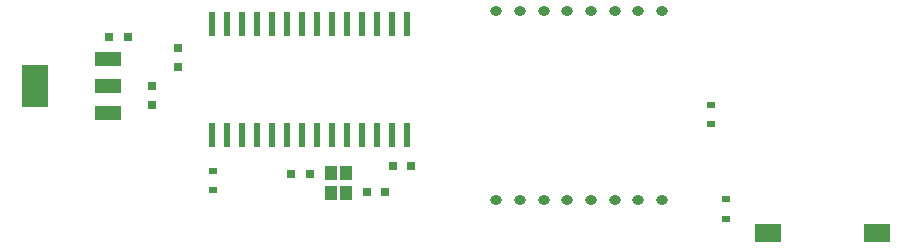
<source format=gtp>
G04*
G04 #@! TF.GenerationSoftware,Altium Limited,Altium Designer,19.1.5 (86)*
G04*
G04 Layer_Color=8421504*
%FSLAX44Y44*%
%MOMM*%
G71*
G01*
G75*
%ADD17R,2.2352X1.2192*%
%ADD18R,2.2000X3.6000*%
%ADD19R,0.7500X0.6000*%
%ADD20R,2.1800X1.6000*%
%ADD21R,0.7000X0.7500*%
%ADD22R,1.0000X1.2000*%
%ADD23R,0.7500X0.7000*%
%ADD24O,1.0000X0.8000*%
%ADD25R,0.6000X2.0000*%
D17*
X86988Y144886D02*
D03*
Y168000D02*
D03*
Y191114D02*
D03*
D18*
X25010Y168000D02*
D03*
D19*
X598000Y152250D02*
D03*
Y135750D02*
D03*
X610000Y72250D02*
D03*
Y55750D02*
D03*
X176000Y96250D02*
D03*
Y79750D02*
D03*
D20*
X738000Y44000D02*
D03*
X646000D02*
D03*
D21*
X344000Y100000D02*
D03*
X328000D02*
D03*
X242000Y94000D02*
D03*
X258000D02*
D03*
X322000Y78000D02*
D03*
X306000D02*
D03*
X104000Y210000D02*
D03*
X88000D02*
D03*
D22*
X288500Y94500D02*
D03*
Y77500D02*
D03*
X275500D02*
D03*
Y94500D02*
D03*
D23*
X124000Y168000D02*
D03*
Y152000D02*
D03*
X146000Y200000D02*
D03*
Y184000D02*
D03*
D24*
X416000Y72000D02*
D03*
X436000D02*
D03*
X456000D02*
D03*
X475930D02*
D03*
X496000D02*
D03*
X516000D02*
D03*
X536000D02*
D03*
X556000D02*
D03*
Y232000D02*
D03*
X536000D02*
D03*
X516000D02*
D03*
X496000D02*
D03*
X476000D02*
D03*
X456000D02*
D03*
X436000D02*
D03*
X416000D02*
D03*
D25*
X175450Y221000D02*
D03*
X188150D02*
D03*
X200850D02*
D03*
X213550D02*
D03*
X226250D02*
D03*
X238950D02*
D03*
X251650D02*
D03*
X264350D02*
D03*
X277050D02*
D03*
X289750D02*
D03*
X302450D02*
D03*
X315150D02*
D03*
X327850D02*
D03*
X340550D02*
D03*
Y127000D02*
D03*
X327850D02*
D03*
X315150D02*
D03*
X302450D02*
D03*
X289750D02*
D03*
X277050D02*
D03*
X264350D02*
D03*
X251650D02*
D03*
X238950D02*
D03*
X226250D02*
D03*
X213550D02*
D03*
X200850D02*
D03*
X188150D02*
D03*
X175450D02*
D03*
M02*

</source>
